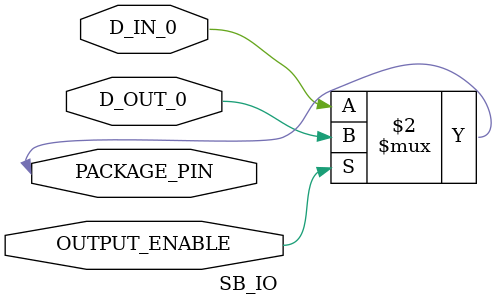
<source format=v>


module SB_IO (

		inout PACKAGE_PIN,
		input OUTPUT_ENABLE,
		input D_OUT_0,
		input D_IN_0

);
	
	parameter PULLUP=1'b0;
	parameter [5:0] PIN_TYPE=6'b101001;
	
	assign PACKAGE_PIN = (OUTPUT_ENABLE==1) ? D_OUT_0 : D_IN_0; 
endmodule
</source>
